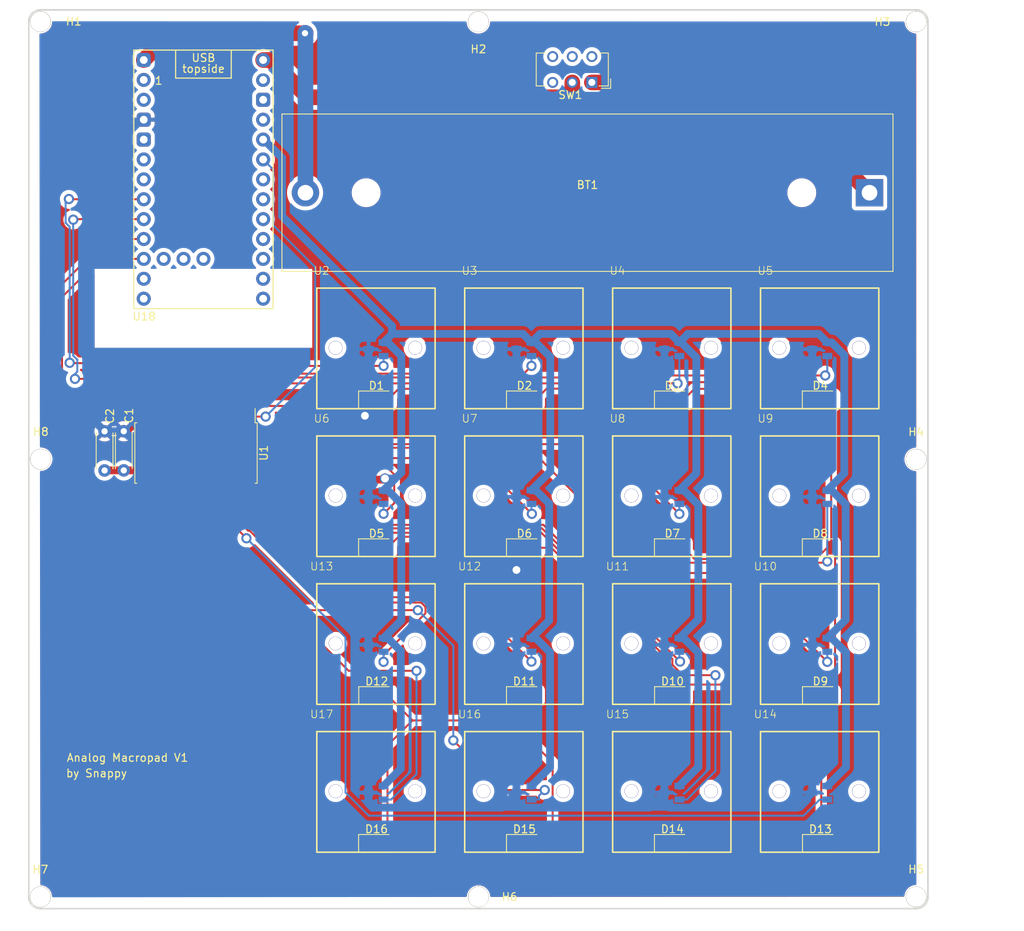
<source format=kicad_pcb>
(kicad_pcb (version 20221018) (generator pcbnew)
  (layers (0 "F.Cu" mixed) (31 "B.Cu" mixed) (34 "B.Paste" user) (35 "F.Paste" user) (36 "B.SilkS" user "B.Silkscreen") (37 "F.SilkS" user "F.Silkscreen") (38 "B.Mask" user) (39 "F.Mask" user) (44 "Edge.Cuts" user))
  (net 0 "")
  (net 1 "Net-(BT1-+)")
  (net 2 "Net-(BT1--)")
  (net 3 "GND")
  (net 4 "+3V3")
  (net 5 "Net-(SW1-B)")
  (net 6 "ADC_IN")
  (net 7 "7")
  (net 8 "6")
  (net 9 "5")
  (net 10 "4")
  (net 11 "3")
  (net 12 "2")
  (net 13 "1")
  (net 14 "0")
  (net 15 "Net-(U1-S0)")
  (net 16 "Net-(U1-S1)")
  (net 17 "Net-(U1-S3)")
  (net 18 "Net-(U1-S2)")
  (net 19 "15")
  (net 20 "14")
  (net 21 "13")
  (net 22 "12")
  (net 23 "11")
  (net 24 "10")
  (net 25 "9")
  (net 26 "8")
  (net 47 "Backlight_PWM")
  (footprint "MountingHole:MountingHole_2.5mm" (layer "F.Cu") (at 16 72.17)
    (fp_text reference "H8")
    (fp_text value "MountingHole")
  )
  (footprint "Gateron:Gatreon KS-20" (layer "F.Cu") (at 77.74 76.98)
    (fp_text reference "U7")
    (fp_text value "~" hide)
  )
  (footprint "Gateron:Gatreon KS-20" (layer "F.Cu") (at 58.86 76.98)
    (fp_text reference "U6")
    (fp_text value "~" hide)
  )
  (footprint "MountingHole:MountingHole_2.5mm" (layer "F.Cu") (at 127.76 16.3)
    (fp_text reference "H3")
    (fp_text value "MountingHole")
  )
  (footprint "Diode_SMD:D_1206_3216Metric" (layer "F.Cu") (at 115.52 121.24)
    (fp_text reference "D13")
    (fp_text value "LED")
  )
  (footprint "Diode_SMD:D_1206_3216Metric" (layer "F.Cu") (at 77.74 102.36)
    (fp_text reference "D11")
    (fp_text value "LED")
  )
  (footprint "Diode_SMD:D_1206_3216Metric" (layer "F.Cu") (at 115.52 102.36)
    (fp_text reference "D9")
    (fp_text value "LED")
  )
  (footprint "PCM_marbastlib-xp-promicroish:nice_nano_AH_USBup" (layer "F.Cu") (at 36.77 37.7)
    (fp_text reference "U18")
    (fp_text value "nice_nano")
  )
  (footprint "MountingHole:MountingHole_2.5mm" (layer "F.Cu") (at 71.86 16.32)
    (fp_text reference "H2")
    (fp_text value "MountingHole")
  )
  (footprint "Diode_SMD:D_1206_3216Metric" (layer "F.Cu") (at 77.74 64.6)
    (fp_text reference "D2")
    (fp_text value "LED")
  )
  (footprint "Gateron:Gatreon KS-20" (layer "F.Cu") (at 96.62 58.1)
    (fp_text reference "U4")
    (fp_text value "~" hide)
  )
  (footprint "MountingHole:MountingHole_2.5mm" (layer "F.Cu") (at 15.96 16.3)
    (fp_text reference "H1")
    (fp_text value "MountingHole")
  )
  (footprint "Diode_SMD:D_1206_3216Metric" (layer "F.Cu") (at 96.62 83.48)
    (fp_text reference "D7")
    (fp_text value "LED")
  )
  (footprint "Diode_SMD:D_1206_3216Metric" (layer "F.Cu") (at 96.62 121.24)
    (fp_text reference "D14")
    (fp_text value "LED")
  )
  (footprint "Diode_SMD:D_1206_3216Metric" (layer "F.Cu") (at 58.88 102.36)
    (fp_text reference "D12")
    (fp_text value "LED")
  )
  (footprint "Diode_SMD:D_1206_3216Metric" (layer "F.Cu") (at 96.62 64.6)
    (fp_text reference "D3")
    (fp_text value "LED")
  )
  (footprint "MountingHole:MountingHole_2.5mm" (layer "F.Cu") (at 71.88 128.09)
    (fp_text reference "H6")
    (fp_text value "MountingHole")
  )
  (footprint "Gateron:Gatreon KS-20" (layer "F.Cu") (at 77.74 58.1)
    (fp_text reference "U3")
    (fp_text value "~" hide)
  )
  (footprint "Gateron:Gatreon KS-20" (layer "F.Cu") (at 58.86 58.1)
    (fp_text reference "U2")
    (fp_text value "~" hide)
  )
  (footprint "Diode_SMD:D_1206_3216Metric" (layer "F.Cu") (at 96.64 102.36)
    (fp_text reference "D10")
    (fp_text value "LED")
  )
  (footprint "MountingHole:MountingHole_2.5mm" (layer "F.Cu") (at 15.95 128.08)
    (fp_text reference "H7")
    (fp_text value "MountingHole")
  )
  (footprint "Diode_SMD:D_1206_3216Metric" (layer "F.Cu") (at 77.74 83.48)
    (fp_text reference "D6")
    (fp_text value "LED")
  )
  (footprint "Gateron:Gatreon KS-20" (layer "F.Cu") (at 58.86 114.74)
    (fp_text reference "U17")
    (fp_text value "~" hide)
  )
  (footprint "Diode_SMD:D_1206_3216Metric" (layer "F.Cu") (at 77.74 121.24)
    (fp_text reference "D15")
    (fp_text value "LED")
  )
  (footprint "Gateron:Gatreon KS-20" (layer "F.Cu") (at 96.62 76.98)
    (fp_text reference "U8")
    (fp_text value "~" hide)
  )
  (footprint "Capacitor_THT:C_Disc_D4.3mm_W1.9mm_P5.00mm" (layer "F.Cu") (at 26.6 68.6 -90)
    (fp_text reference "C1")
    (fp_text value "1uF")
  )
  (footprint "Gateron:Gatreon KS-20" (layer "F.Cu") (at 115.5 95.86)
    (fp_text reference "U10")
    (fp_text value "~" hide)
  )
  (footprint "Gateron:Gatreon KS-20" (layer "F.Cu") (at 115.5 114.74)
    (fp_text reference "U14")
    (fp_text value "~" hide)
  )
  (footprint "MountingHole:MountingHole_2.5mm" (layer "F.Cu") (at 127.74 128.05)
    (fp_text reference "H5")
    (fp_text value "MountingHole")
  )
  (footprint "Gateron:Gatreon KS-20" (layer "F.Cu") (at 58.86 95.86)
    (fp_text reference "U13")
    (fp_text value "~" hide)
  )
  (footprint "Diode_SMD:D_1206_3216Metric" (layer "F.Cu") (at 115.5 64.6)
    (fp_text reference "D4")
    (fp_text value "LED")
  )
  (footprint "Gateron:Gatreon KS-20" (layer "F.Cu") (at 96.62 95.86)
    (fp_text reference "U11")
    (fp_text value "~" hide)
  )
  (footprint "Capacitor_THT:C_Disc_D4.3mm_W1.9mm_P5.00mm" (layer "F.Cu") (at 24.15 73.61 90)
    (fp_text reference "C2")
    (fp_text value "0.1uF")
  )
  (footprint "Gateron:Gatreon KS-20" (layer "F.Cu") (at 96.62 114.74)
    (fp_text reference "U15")
    (fp_text value "~" hide)
  )
  (footprint "Diode_SMD:D_1206_3216Metric" (layer "F.Cu") (at 58.86 83.48)
    (fp_text reference "D5")
    (fp_text value "LED")
  )
  (footprint "Diode_SMD:D_1206_3216Metric" (layer "F.Cu") (at 58.86 121.24)
    (fp_text reference "D16")
    (fp_text value "LED")
  )
  (footprint "MountingHole:MountingHole_2.5mm" (layer "F.Cu") (at 127.74 72.19)
    (fp_text reference "H4")
    (fp_text value "MountingHole")
  )
  (footprint "Gateron:Gatreon KS-20" (layer "F.Cu") (at 115.5 58.1)
    (fp_text reference "U5")
    (fp_text value "~" hide)
  )
  (footprint "Package_SO:SOIC-24W_7.5x15.4mm_P1.27mm" (layer "F.Cu") (at 35.82 71.38 -90)
    (fp_text reference "U1")
    (fp_text value "CD74HC4067M")
  )
  (footprint "Diode_SMD:D_1206_3216Metric" (layer "F.Cu") (at 58.86 64.6)
    (fp_text reference "D1")
    (fp_text value "LED")
  )
  (footprint "Gateron:Gatreon KS-20" (layer "F.Cu") (at 77.74 114.74)
    (fp_text reference "U16")
    (fp_text value "~" hide)
  )
  (footprint "Button_Switch_THT:SW_CuK_JS202011CQN_DPDT_Straight" (layer "F.Cu") (at 86.35 24.05 180)
    (fp_text reference "SW1")
    (fp_text value "SW_SPST")
  )
  (footprint "Battery:BatteryHolder_MPD_BH-18650-PC2" (layer "F.Cu") (at 121.79 38.14 180)
    (fp_text reference "BT1")
    (fp_text value "Battery_Cell")
  )
  (footprint "Gateron:Gatreon KS-20" (layer "F.Cu") (at 77.74 95.86)
    (fp_text reference "U12")
    (fp_text value "~" hide)
  )
  (footprint "Diode_SMD:D_1206_3216Metric" (layer "F.Cu") (at 115.5 83.48)
    (fp_text reference "D8")
    (fp_text value "LED")
  )
  (footprint "Gateron:Gatreon KS-20" (layer "F.Cu") (at 115.5 76.98)
    (fp_text reference "U9")
    (fp_text value "~" hide)
  )
  (gr_line (start 15.234196 127.05407) (end 14.957209 127.33105) (stroke (width 0.2)) (layer "Edge.Cuts"))
  (gr_line (start 127.7453 14.7899) (end 127.8623 14.7939) (stroke (width 0.2)) (layer "Edge.Cuts"))
  (gr_line (start 15.85156 14.7939) (end 15.97007 14.7899) (stroke (width 0.2)) (layer "Edge.Cuts"))
  (gr_line (start 15.234196 71.1663) (end 14.957209 71.4432) (stroke (width 0.2)) (layer "Edge.Cuts"))
  (gr_line (start 72.8694 127.33105) (end 72.5922 127.05407) (stroke (width 0.2)) (layer "Edge.Cuts"))
  (gr_line (start 72.5922 129.077025) (end 72.8694 128.800041) (stroke (width 0.2)) (layer "Edge.Cuts"))
  (gr_line (start 128.3203 14.9039) (end 128.4263 14.9529) (stroke (width 0.2)) (layer "Edge.Cuts"))
  (gr_line (start 14.487299 128.29981) (end 14.473519 128.18268) (stroke (width 0.2)) (layer "Edge.Cuts"))
  (gr_line (start 14.71881 72.1777) (end 14.78082 72.5637) (stroke (width 0.2)) (layer "Edge.Cuts"))
  (gr_line (start 128.9953 16.2899) (end 128.9333 15.9029) (stroke (width 0.2)) (layer "Edge.Cuts"))
  (gr_line (start 15.58284 17.4779) (end 15.97007 17.5399) (stroke (width 0.2)) (layer "Edge.Cuts"))
  (gr_line (start 15.58284 73.3655) (end 15.97007 73.4276) (stroke (width 0.2)) (layer "Edge.Cuts"))
  (gr_line (start 126.7343 15.5539) (end 126.5563 15.9029) (stroke (width 0.2)) (layer "Edge.Cuts"))
  (gr_line (start 127.3583 70.9885) (end 127.0113 71.1663) (stroke (width 0.2)) (layer "Edge.Cuts"))
  (gr_line (start 128.3203 129.450475) (end 128.2083 129.491816) (stroke (width 0.2)) (layer "Edge.Cuts"))
  (gr_line (start 15.50567 14.8629) (end 15.61867 14.8309) (stroke (width 0.2)) (layer "Edge.Cuts"))
  (gr_line (start 15.39543 14.9039) (end 15.50567 14.8629) (stroke (width 0.2)) (layer "Edge.Cuts"))
  (gr_line (start 128.4803 17.2999) (end 128.7573 17.0229) (stroke (width 0.2)) (layer "Edge.Cuts"))
  (gr_line (start 17.15794 72.5637) (end 17.21995 72.1777) (stroke (width 0.2)) (layer "Edge.Cuts"))
  (gr_line (start 71.1232 17.2999) (end 71.4707 17.4779) (stroke (width 0.2)) (layer "Edge.Cuts"))
  (gr_line (start 126.7343 72.9122) (end 127.0113 73.1891) (stroke (width 0.2)) (layer "Edge.Cuts"))
  (gr_line (start 126.5563 71.7907) (end 126.4943 72.1777) (stroke (width 0.2)) (layer "Edge.Cuts"))
  (gr_line (start 14.510726 15.9389) (end 14.542421 15.8259) (stroke (width 0.2)) (layer "Edge.Cuts"))
  (gr_line (start 15.73442 14.8069) (end 15.85156 14.7939) (stroke (width 0.2)) (layer "Edge.Cuts"))
  (gr_line (start 16.70318 17.2999) (end 16.98017 17.0229) (stroke (width 0.2)) (layer "Edge.Cuts"))
  (gr_line (start 127.9793 14.8069) (end 128.0953 14.8309) (stroke (width 0.2)) (layer "Edge.Cuts"))
  (gr_line (start 17.15794 15.9029) (end 16.98017 15.5539) (stroke (width 0.2)) (layer "Edge.Cuts"))
  (gr_line (start 15.58284 70.9885) (end 15.234196 71.1663) (stroke (width 0.2)) (layer "Edge.Cuts"))
  (gr_line (start 14.71881 128.06555) (end 14.78082 128.4514) (stroke (width 0.2)) (layer "Edge.Cuts"))
  (gr_line (start 129.2463 16.2899) (end 129.2463 128.06555) (stroke (width 0.2)) (layer "Edge.Cuts"))
  (gr_line (start 15.088125 15.0759) (end 15.185964 15.0109) (stroke (width 0.2)) (layer "Edge.Cuts"))
  (gr_line (start 73.0458 15.9029) (end 72.8694 15.5539) (stroke (width 0.2)) (layer "Edge.Cuts"))
  (gr_line (start 15.97007 126.81567) (end 15.58284 126.8763) (stroke (width 0.2)) (layer "Edge.Cuts"))
  (gr_line (start 14.78082 128.4514) (end 14.957209 128.800041) (stroke (width 0.2)) (layer "Edge.Cuts"))
  (gr_line (start 73.0458 16.6759) (end 73.1076 16.2899) (stroke (width 0.2)) (layer "Edge.Cuts"))
  (gr_line (start 14.957209 72.9122) (end 15.234196 73.1891) (stroke (width 0.2)) (layer "Edge.Cuts"))
  (gr_line (start 72.8694 15.5539) (end 72.5922 15.2769) (stroke (width 0.2)) (layer "Edge.Cuts"))
  (gr_line (start 15.088125 129.278221) (end 14.994416 129.205186) (stroke (width 0.2)) (layer "Edge.Cuts"))
  (gr_line (start 129.1713 128.52857) (end 129.1303 128.64019) (stroke (width 0.2)) (layer "Edge.Cuts"))
  (gr_line (start 126.5563 15.9029) (end 126.4943 16.2899) (stroke (width 0.2)) (layer "Edge.Cuts"))
  (gr_line (start 127.3583 126.8763) (end 127.0113 127.05407) (stroke (width 0.2)) (layer "Edge.Cuts"))
  (gr_line (start 15.185964 15.0109) (end 15.289317 14.9529) (stroke (width 0.2)) (layer "Edge.Cuts"))
  (gr_line (start 71.8577 15.0399) (end 71.4707 15.1009) (stroke (width 0.2)) (layer "Edge.Cuts"))
  (gr_line (start 15.234196 17.2999) (end 15.58284 17.4779) (stroke (width 0.2)) (layer "Edge.Cuts"))
  (gr_line (start 14.78082 71.7907) (end 14.71881 72.1777) (stroke (width 0.2)) (layer "Edge.Cuts"))
  (gr_line (start 73.1076 128.06555) (end 73.0458 127.67832) (stroke (width 0.2)) (layer "Edge.Cuts"))
  (gr_line (start 128.1313 70.9885) (end 127.7453 70.9278) (stroke (width 0.2)) (layer "Edge.Cuts"))
  (gr_line (start 73.0458 127.67832) (end 72.8694 127.33105) (stroke (width 0.2)) (layer "Edge.Cuts"))
  (gr_line (start 128.9333 71.7907) (end 128.7573 71.4432) (stroke (width 0.2)) (layer "Edge.Cuts"))
  (gr_line (start 128.9333 127.67832) (end 128.7573 127.33105) (stroke (width 0.2)) (layer "Edge.Cuts"))
  (gr_line (start 126.4943 128.06555) (end 126.5563 128.4514) (stroke (width 0.2)) (layer "Edge.Cuts"))
  (gr_line (start 128.9583 15.4079) (end 129.0243 15.5059) (stroke (width 0.2)) (layer "Edge.Cuts"))
  (gr_line (start 126.7343 127.33105) (end 126.5563 127.67832) (stroke (width 0.2)) (layer "Edge.Cuts"))
  (gr_line (start 14.542421 15.8259) (end 14.583762 15.7159) (stroke (width 0.2)) (layer "Edge.Cuts"))
  (gr_line (start 127.7453 126.81567) (end 127.3583 126.8763) (stroke (width 0.2)) (layer "Edge.Cuts"))
  (gr_line (start 15.97007 129.315429) (end 16.35592 129.253414) (stroke (width 0.2)) (layer "Edge.Cuts"))
  (gr_line (start 71.1232 129.077025) (end 71.4707 129.253414) (stroke (width 0.2)) (layer "Edge.Cuts"))
  (gr_line (start 128.9953 128.06555) (end 128.9333 127.67832) (stroke (width 0.2)) (layer "Edge.Cuts"))
  (gr_line (start 71.8577 126.81567) (end 71.4707 126.8763) (stroke (width 0.2)) (layer "Edge.Cuts"))
  (gr_line (start 73.1076 16.2899) (end 73.0458 15.9029) (stroke (width 0.2)) (layer "Edge.Cuts"))
  (gr_line (start 15.289317 14.9529) (end 15.39543 14.9039) (stroke (width 0.2)) (layer "Edge.Cuts"))
  (gr_line (start 15.97007 14.7899) (end 127.7453 14.7899) (stroke (width 0.2)) (layer "Edge.Cuts"))
  (gr_line (start 128.4263 14.9529) (end 128.5283 15.0109) (stroke (width 0.2)) (layer "Edge.Cuts"))
  (gr_line (start 14.78082 16.6759) (end 14.957209 17.0229) (stroke (width 0.2)) (layer "Edge.Cuts"))
  (gr_line (start 127.8623 14.7939) (end 127.9793 14.8069) (stroke (width 0.2)) (layer "Edge.Cuts"))
  (gr_line (start 16.70318 129.077025) (end 16.98017 128.800041) (stroke (width 0.2)) (layer "Edge.Cuts"))
  (gr_line (start 72.2436 15.1009) (end 71.8577 15.0399) (stroke (width 0.2)) (layer "Edge.Cuts"))
  (gr_line (start 16.98017 127.33105) (end 16.70318 127.05407) (stroke (width 0.2)) (layer "Edge.Cuts"))
  (gr_line (start 14.633371 15.6099) (end 14.691249 15.5059) (stroke (width 0.2)) (layer "Edge.Cuts"))
  (gr_line (start 127.0113 71.1663) (end 126.7343 71.4432) (stroke (width 0.2)) (layer "Edge.Cuts"))
  (gr_line (start 17.21995 72.1777) (end 17.15794 71.7907) (stroke (width 0.2)) (layer "Edge.Cuts"))
  (gr_line (start 71.4707 129.253414) (end 71.8577 129.315429) (stroke (width 0.2)) (layer "Edge.Cuts"))
  (gr_line (start 14.469385 128.06417) (end 14.469385 16.2899) (stroke (width 0.2)) (layer "Edge.Cuts"))
  (gr_line (start 127.7453 15.0399) (end 127.3583 15.1009) (stroke (width 0.2)) (layer "Edge.Cuts"))
  (gr_line (start 16.98017 17.0229) (end 17.15794 16.6759) (stroke (width 0.2)) (layer "Edge.Cuts"))
  (gr_line (start 15.39543 129.450475) (end 15.289317 129.402244) (stroke (width 0.2)) (layer "Edge.Cuts"))
  (gr_line (start 16.35592 73.3655) (end 16.70318 73.1891) (stroke (width 0.2)) (layer "Edge.Cuts"))
  (gr_line (start 128.9953 72.1777) (end 128.9333 71.7907) (stroke (width 0.2)) (layer "Edge.Cuts"))
  (gr_line (start 126.5563 127.67832) (end 126.4943 128.06555) (stroke (width 0.2)) (layer "Edge.Cuts"))
  (gr_line (start 129.0243 128.848273) (end 128.9583 128.947492) (stroke (width 0.2)) (layer "Edge.Cuts"))
  (gr_line (start 15.85156 129.560718) (end 15.73442 129.546938) (stroke (width 0.2)) (layer "Edge.Cuts"))
  (gr_line (start 14.994416 129.205186) (end 14.908981 129.125257) (stroke (width 0.2)) (layer "Edge.Cuts"))
  (gr_line (start 129.2403 128.18268) (end 129.2263 128.29981) (stroke (width 0.2)) (layer "Edge.Cuts"))
  (gr_line (start 128.7573 17.0229) (end 128.9333 16.6759) (stroke (width 0.2)) (layer "Edge.Cuts"))
  (gr_line (start 127.7453 129.315429) (end 128.1313 129.253414) (stroke (width 0.2)) (layer "Edge.Cuts"))
  (gr_line (start 129.2263 128.29981) (end 129.2033 128.41557) (stroke (width 0.2)) (layer "Edge.Cuts"))
  (gr_line (start 127.7443 129.56623) (end 15.97007 129.56623) (stroke (width 0.2)) (layer "Edge.Cuts"))
  (gr_line (start 14.957209 15.5539) (end 14.78082 15.9029) (stroke (width 0.2)) (layer "Edge.Cuts"))
  (gr_line (start 14.957209 71.4432) (end 14.78082 71.7907) (stroke (width 0.2)) (layer "Edge.Cuts"))
  (gr_line (start 128.2083 129.491816) (end 128.0953 129.523511) (stroke (width 0.2)) (layer "Edge.Cuts"))
  (gr_line (start 128.7573 127.33105) (end 128.4803 127.05407) (stroke (width 0.2)) (layer "Edge.Cuts"))
  (gr_line (start 127.7453 70.9278) (end 127.3583 70.9885) (stroke (width 0.2)) (layer "Edge.Cuts"))
  (gr_line (start 127.0113 129.077025) (end 127.3583 129.253414) (stroke (width 0.2)) (layer "Edge.Cuts"))
  (gr_line (start 128.1313 129.253414) (end 128.4803 129.077025) (stroke (width 0.2)) (layer "Edge.Cuts"))
  (gr_line (start 16.70318 127.05407) (end 16.35592 126.8763) (stroke (width 0.2)) (layer "Edge.Cuts"))
  (gr_line (start 16.98017 71.4432) (end 16.70318 71.1663) (stroke (width 0.2)) (layer "Edge.Cuts"))
  (gr_line (start 128.4803 71.1663) (end 128.1313 70.9885) (stroke (width 0.2)) (layer "Edge.Cuts"))
  (gr_line (start 14.957209 128.800041) (end 15.234196 129.077025) (stroke (width 0.2)) (layer "Edge.Cuts"))
  (gr_line (start 128.7203 15.1489) (end 128.8053 15.2289) (stroke (width 0.2)) (layer "Edge.Cuts"))
  (gr_line (start 72.2436 17.4779) (end 72.5922 17.2999) (stroke (width 0.2)) (layer "Edge.Cuts"))
  (gr_line (start 128.8853 15.3149) (end 128.9583 15.4079) (stroke (width 0.2)) (layer "Edge.Cuts"))
  (gr_line (start 14.908981 129.125257) (end 14.829052 129.039821) (stroke (width 0.2)) (layer "Edge.Cuts"))
  (gr_line (start 17.21995 128.06555) (end 17.15794 127.67832) (stroke (width 0.2)) (layer "Edge.Cuts"))
  (gr_line (start 70.6078 128.06555) (end 70.6685 128.4514) (stroke (width 0.2)) (layer "Edge.Cuts"))
  (gr_line (start 14.78082 127.67832) (end 14.71881 128.06555) (stroke (width 0.2)) (layer "Edge.Cuts"))
  (gr_line (start 14.756016 15.4079) (end 14.829052 15.3149) (stroke (width 0.2)) (layer "Edge.Cuts"))
  (gr_line (start 15.61867 129.523511) (end 15.50567 129.491816) (stroke (width 0.2)) (layer "Edge.Cuts"))
  (gr_line (start 14.583762 15.7159) (end 14.633371 15.6099) (stroke (width 0.2)) (layer "Edge.Cuts"))
  (gr_line (start 129.2033 128.41557) (end 129.1713 128.52857) (stroke (width 0.2)) (layer "Edge.Cuts"))
  (gr_line (start 127.7453 73.4276) (end 128.1313 73.3655) (stroke (width 0.2)) (layer "Edge.Cuts"))
  (gr_line (start 16.98017 72.9122) (end 17.15794 72.5637) (stroke (width 0.2)) (layer "Edge.Cuts"))
  (gr_line (start 14.78082 15.9029) (end 14.71881 16.2899) (stroke (width 0.2)) (layer "Edge.Cuts"))
  (gr_line (start 129.1303 15.7159) (end 129.1713 15.8259) (stroke (width 0.2)) (layer "Edge.Cuts"))
  (gr_line (start 129.2463 128.06555) (end 129.2403 128.18268) (stroke (width 0.2)) (layer "Edge.Cuts"))
  (gr_line (start 17.15794 71.7907) (end 16.98017 71.4432) (stroke (width 0.2)) (layer "Edge.Cuts"))
  (gr_line (start 16.35592 129.253414) (end 16.70318 129.077025) (stroke (width 0.2)) (layer "Edge.Cuts"))
  (gr_line (start 15.58284 15.1009) (end 15.234196 15.2769) (stroke (width 0.2)) (layer "Edge.Cuts"))
  (gr_line (start 17.15794 127.67832) (end 16.98017 127.33105) (stroke (width 0.2)) (layer "Edge.Cuts"))
  (gr_line (start 71.8577 129.315429) (end 72.2436 129.253414) (stroke (width 0.2)) (layer "Edge.Cuts"))
  (gr_line (start 127.3583 17.4779) (end 127.7453 17.5399) (stroke (width 0.2)) (layer "Edge.Cuts"))
  (gr_line (start 15.234196 73.1891) (end 15.58284 73.3655) (stroke (width 0.2)) (layer "Edge.Cuts"))
  (gr_line (start 129.2403 16.1719) (end 129.2463 16.2899) (stroke (width 0.2)) (layer "Edge.Cuts"))
  (gr_line (start 127.3583 73.3655) (end 127.7453 73.4276) (stroke (width 0.2)) (layer "Edge.Cuts"))
  (gr_line (start 71.1232 127.05407) (end 70.8463 127.33105) (stroke (width 0.2)) (layer "Edge.Cuts"))
  (gr_line (start 71.4707 126.8763) (end 71.1232 127.05407) (stroke (width 0.2)) (layer "Edge.Cuts"))
  (gr_line (start 16.35592 126.8763) (end 15.97007 126.81567) (stroke (width 0.2)) (layer "Edge.Cuts"))
  (gr_line (start 70.8463 128.800041) (end 71.1232 129.077025) (stroke (width 0.2)) (layer "Edge.Cuts"))
  (gr_line (start 71.4707 17.4779) (end 71.8577 17.5399) (stroke (width 0.2)) (layer "Edge.Cuts"))
  (gr_line (start 126.7343 17.0229) (end 127.0113 17.2999) (stroke (width 0.2)) (layer "Edge.Cuts"))
  (gr_line (start 70.8463 15.5539) (end 70.6685 15.9029) (stroke (width 0.2)) (layer "Edge.Cuts"))
  (gr_line (start 128.7573 128.800041) (end 128.9333 128.4514) (stroke (width 0.2)) (layer "Edge.Cuts"))
  (gr_line (start 128.9333 15.9029) (end 128.7573 15.5539) (stroke (width 0.2)) (layer "Edge.Cuts"))
  (gr_line (start 70.8463 127.33105) (end 70.6685 127.67832) (stroke (width 0.2)) (layer "Edge.Cuts"))
  (gr_line (start 14.542421 128.52857) (end 14.510726 128.41557) (stroke (width 0.2)) (layer "Edge.Cuts"))
  (gr_line (start 15.97007 17.5399) (end 16.35592 17.4779) (stroke (width 0.2)) (layer "Edge.Cuts"))
  (gr_line (start 128.8053 15.2289) (end 128.8853 15.3149) (stroke (width 0.2)) (layer "Edge.Cuts"))
  (gr_line (start 128.9333 16.6759) (end 128.9953 16.2899) (stroke (width 0.2)) (layer "Edge.Cuts"))
  (gr_line (start 14.78082 72.5637) (end 14.957209 72.9122) (stroke (width 0.2)) (layer "Edge.Cuts"))
  (gr_line (start 71.1232 15.2769) (end 70.8463 15.5539) (stroke (width 0.2)) (layer "Edge.Cuts"))
  (gr_line (start 127.0113 17.2999) (end 127.3583 17.4779) (stroke (width 0.2)) (layer "Edge.Cuts"))
  (gr_line (start 128.9583 128.947492) (end 128.8853 129.039821) (stroke (width 0.2)) (layer "Edge.Cuts"))
  (gr_line (start 128.0953 129.523511) (end 127.9793 129.546938) (stroke (width 0.2)) (layer "Edge.Cuts"))
  (gr_line (start 14.756016 128.947492) (end 14.691249 128.848273) (stroke (width 0.2)) (layer "Edge.Cuts"))
  (gr_line (start 126.5563 128.4514) (end 126.7343 128.800041) (stroke (width 0.2)) (layer "Edge.Cuts"))
  (gr_line (start 126.7343 128.800041) (end 127.0113 129.077025) (stroke (width 0.2)) (layer "Edge.Cuts"))
  (gr_line (start 16.98017 15.5539) (end 16.70318 15.2769) (stroke (width 0.2)) (layer "Edge.Cuts"))
  (gr_line (start 126.4943 16.2899) (end 126.5563 16.6759) (stroke (width 0.2)) (layer "Edge.Cuts"))
  (gr_line (start 127.9793 129.546938) (end 127.8623 129.560718) (stroke (width 0.2)) (layer "Edge.Cuts"))
  (gr_line (start 16.35592 17.4779) (end 16.70318 17.2999) (stroke (width 0.2)) (layer "Edge.Cuts"))
  (gr_line (start 15.50567 129.491816) (end 15.39543 129.450475) (stroke (width 0.2)) (layer "Edge.Cuts"))
  (gr_line (start 14.957209 127.33105) (end 14.78082 127.67832) (stroke (width 0.2)) (layer "Edge.Cuts"))
  (gr_line (start 16.70318 15.2769) (end 16.35592 15.1009) (stroke (width 0.2)) (layer "Edge.Cuts"))
  (gr_line (start 126.7343 71.4432) (end 126.5563 71.7907) (stroke (width 0.2)) (layer "Edge.Cuts"))
  (gr_line (start 14.473519 16.1719) (end 14.487299 16.0539) (stroke (width 0.2)) (layer "Edge.Cuts"))
  (gr_line (start 15.61867 14.8309) (end 15.73442 14.8069) (stroke (width 0.2)) (layer "Edge.Cuts"))
  (gr_line (start 72.2436 129.253414) (end 72.5922 129.077025) (stroke (width 0.2)) (layer "Edge.Cuts"))
  (gr_line (start 17.21995 16.2899) (end 17.15794 15.9029) (stroke (width 0.2)) (layer "Edge.Cuts"))
  (gr_line (start 15.58284 126.8763) (end 15.234196 127.05407) (stroke (width 0.2)) (layer "Edge.Cuts"))
  (gr_line (start 71.4707 15.1009) (end 71.1232 15.2769) (stroke (width 0.2)) (layer "Edge.Cuts"))
  (gr_line (start 128.6273 15.0759) (end 128.7203 15.1489) (stroke (width 0.2)) (layer "Edge.Cuts"))
  (gr_line (start 14.473519 128.18268) (end 14.469385 128.06417) (stroke (width 0.2)) (layer "Edge.Cuts"))
  (gr_line (start 14.691249 15.5059) (end 14.756016 15.4079) (stroke (width 0.2)) (layer "Edge.Cuts"))
  (gr_line (start 16.98017 128.800041) (end 17.15794 128.4514) (stroke (width 0.2)) (layer "Edge.Cuts"))
  (gr_line (start 129.0823 128.746296) (end 129.0243 128.848273) (stroke (width 0.2)) (layer "Edge.Cuts"))
  (gr_line (start 14.487299 16.0539) (end 14.510726 15.9389) (stroke (width 0.2)) (layer "Edge.Cuts"))
  (gr_line (start 128.7573 71.4432) (end 128.4803 71.1663) (stroke (width 0.2)) (layer "Edge.Cuts"))
  (gr_line (start 72.5922 127.05407) (end 72.2436 126.8763) (stroke (width 0.2)) (layer "Edge.Cuts"))
  (gr_line (start 127.3583 15.1009) (end 127.0113 15.2769) (stroke (width 0.2)) (layer "Edge.Cuts"))
  (gr_line (start 128.4803 73.1891) (end 128.7573 72.9122) (stroke (width 0.2)) (layer "Edge.Cuts"))
  (gr_line (start 70.6685 16.6759) (end 70.8463 17.0229) (stroke (width 0.2)) (layer "Edge.Cuts"))
  (gr_line (start 15.73442 129.546938) (end 15.61867 129.523511) (stroke (width 0.2)) (layer "Edge.Cuts"))
  (gr_line (start 127.0113 73.1891) (end 127.3583 73.3655) (stroke (width 0.2)) (layer "Edge.Cuts"))
  (gr_line (start 128.1313 17.4779) (end 128.4803 17.2999) (stroke (width 0.2)) (layer "Edge.Cuts"))
  (gr_line (start 72.5922 15.2769) (end 72.2436 15.1009) (stroke (width 0.2)) (layer "Edge.Cuts"))
  (gr_line (start 15.234196 129.077025) (end 15.58284 129.253414) (stroke (width 0.2)) (layer "Edge.Cuts"))
  (gr_line (start 16.35592 70.9885) (end 15.97007 70.9278) (stroke (width 0.2)) (layer "Edge.Cuts"))
  (gr_line (start 70.6685 15.9029) (end 70.6078 16.2899) (stroke (width 0.2)) (layer "Edge.Cuts"))
  (gr_line (start 16.70318 73.1891) (end 16.98017 72.9122) (stroke (width 0.2)) (layer "Edge.Cuts"))
  (gr_line (start 14.829052 15.3149) (end 14.908981 15.2289) (stroke (width 0.2)) (layer "Edge.Cuts"))
  (gr_line (start 15.185964 129.344367) (end 15.088125 129.278221) (stroke (width 0.2)) (layer "Edge.Cuts"))
  (gr_line (start 14.957209 17.0229) (end 15.234196 17.2999) (stroke (width 0.2)) (layer "Edge.Cuts"))
  (gr_line (start 128.7203 129.205186) (end 128.6273 129.278221) (stroke (width 0.2)) (layer "Edge.Cuts"))
  (gr_line (start 126.5563 16.6759) (end 126.7343 17.0229) (stroke (width 0.2)) (layer "Edge.Cuts"))
  (gr_line (start 127.3583 129.253414) (end 127.7453 129.315429) (stroke (width 0.2)) (layer "Edge.Cuts"))
  (gr_line (start 128.1313 126.8763) (end 127.7453 126.81567) (stroke (width 0.2)) (layer "Edge.Cuts"))
  (gr_line (start 72.8694 128.800041) (end 73.0458 128.4514) (stroke (width 0.2)) (layer "Edge.Cuts"))
  (gr_line (start 72.5922 17.2999) (end 72.8694 17.0229) (stroke (width 0.2)) (layer "Edge.Cuts"))
  (gr_line (start 127.0113 127.05407) (end 126.7343 127.33105) (stroke (width 0.2)) (layer "Edge.Cuts"))
  (gr_line (start 128.7573 15.5539) (end 128.4803 15.2769) (stroke (width 0.2)) (layer "Edge.Cuts"))
  (gr_line (start 129.2263 16.0539) (end 129.2403 16.1719) (stroke (width 0.2)) (layer "Edge.Cuts"))
  (gr_line (start 128.5283 15.0109) (end 128.6273 15.0759) (stroke (width 0.2)) (layer "Edge.Cuts"))
  (gr_line (start 128.8853 129.039821) (end 128.8053 129.125257) (stroke (width 0.2)) (layer "Edge.Cuts"))
  (gr_line (start 14.908981 15.2289) (end 14.994416 15.1489) (stroke (width 0.2)) (layer "Edge.Cuts"))
  (gr_line (start 128.4803 127.05407) (end 128.1313 126.8763) (stroke (width 0.2)) (layer "Edge.Cuts"))
  (gr_line (start 73.0458 128.4514) (end 73.1076 128.06555) (stroke (width 0.2)) (layer "Edge.Cuts"))
  (gr_line (start 129.1303 128.64019) (end 129.0823 128.746296) (stroke (width 0.2)) (layer "Edge.Cuts"))
  (gr_line (start 15.289317 129.402244) (end 15.185964 129.344367) (stroke (width 0.2)) (layer "Edge.Cuts"))
  (gr_line (start 16.70318 71.1663) (end 16.35592 70.9885) (stroke (width 0.2)) (layer "Edge.Cuts"))
  (gr_line (start 126.4943 72.1777) (end 126.5563 72.5637) (stroke (width 0.2)) (layer "Edge.Cuts"))
  (gr_line (start 128.2083 14.8629) (end 128.3203 14.9039) (stroke (width 0.2)) (layer "Edge.Cuts"))
  (gr_line (start 17.15794 16.6759) (end 17.21995 16.2899) (stroke (width 0.2)) (layer "Edge.Cuts"))
  (gr_line (start 14.829052 129.039821) (end 14.756016 128.947492) (stroke (width 0.2)) (layer "Edge.Cuts"))
  (gr_line (start 15.58284 129.253414) (end 15.97007 129.315429) (stroke (width 0.2)) (layer "Edge.Cuts"))
  (gr_line (start 14.994416 15.1489) (end 15.088125 15.0759) (stroke (width 0.2)) (layer "Edge.Cuts"))
  (gr_line (start 127.8623 129.560718) (end 127.7443 129.56623) (stroke (width 0.2)) (layer "Edge.Cuts"))
  (gr_line (start 70.6685 128.4514) (end 70.8463 128.800041) (stroke (width 0.2)) (layer "Edge.Cuts"))
  (gr_line (start 16.35592 15.1009) (end 15.97007 15.0399) (stroke (width 0.2)) (layer "Edge.Cuts"))
  (gr_line (start 71.8577 17.5399) (end 72.2436 17.4779) (stroke (width 0.2)) (layer "Edge.Cuts"))
  (gr_line (start 15.97007 129.56623) (end 15.85156 129.560718) (stroke (width 0.2)) (layer "Edge.Cuts"))
  (gr_line (start 15.97007 70.9278) (end 15.58284 70.9885) (stroke (width 0.2)) (layer "Edge.Cuts"))
  (gr_line (start 14.71881 16.2899) (end 14.78082 16.6759) (stroke (width 0.2)) (layer "Edge.Cuts"))
  (gr_line (start 15.97007 15.0399) (end 15.58284 15.1009) (stroke (width 0.2)) (layer "Edge.Cuts"))
  (gr_line (start 15.97007 73.4276) (end 16.35592 73.3655) (stroke (width 0.2)) (layer "Edge.Cuts"))
  (gr_line (start 128.6273 129.278221) (end 128.5283 129.344367) (stroke (width 0.2)) (layer "Edge.Cuts"))
  (gr_line (start 128.5283 129.344367) (end 128.4263 129.402244) (stroke (width 0.2)) (layer "Edge.Cuts"))
  (gr_line (start 128.4263 129.402244) (end 128.3203 129.450475) (stroke (width 0.2)) (layer "Edge.Cuts"))
  (gr_line (start 128.4803 15.2769) (end 128.1313 15.1009) (stroke (width 0.2)) (layer "Edge.Cuts"))
  (gr_line (start 14.691249 128.848273) (end 14.633371 128.746296) (stroke (width 0.2)) (layer "Edge.Cuts"))
  (gr_line (start 127.0113 15.2769) (end 126.7343 15.5539) (stroke (width 0.2)) (layer "Edge.Cuts"))
  (gr_line (start 128.0953 14.8309) (end 128.2083 14.8629) (stroke (width 0.2)) (layer "Edge.Cuts"))
  (gr_line (start 17.15794 128.4514) (end 17.21995 128.06555) (stroke (width 0.2)) (layer "Edge.Cuts"))
  (gr_line (start 129.1713 15.8259) (end 129.2033 15.9389) (stroke (width 0.2)) (layer "Edge.Cuts"))
  (gr_line (start 70.6078 16.2899) (end 70.6685 16.6759) (stroke (width 0.2)) (layer "Edge.Cuts"))
  (gr_line (start 127.7453 17.5399) (end 128.1313 17.4779) (stroke (width 0.2)) (layer "Edge.Cuts"))
  (gr_line (start 72.8694 17.0229) (end 73.0458 16.6759) (stroke (width 0.2)) (layer "Edge.Cuts"))
  (gr_line (start 129.0823 15.6099) (end 129.1303 15.7159) (stroke (width 0.2)) (layer "Edge.Cuts"))
  (gr_line (start 128.1313 15.1009) (end 127.7453 15.0399) (stroke (width 0.2)) (layer "Edge.Cuts"))
  (gr_line (start 128.9333 72.5637) (end 128.9953 72.1777) (stroke (width 0.2)) (layer "Edge.Cuts"))
  (gr_line (start 126.5563 72.5637) (end 126.7343 72.9122) (stroke (width 0.2)) (layer "Edge.Cuts"))
  (gr_line (start 128.8053 129.125257) (end 128.7203 129.205186) (stroke (width 0.2)) (layer "Edge.Cuts"))
  (gr_line (start 14.583762 128.64019) (end 14.542421 128.52857) (stroke (width 0.2)) (layer "Edge.Cuts"))
  (gr_line (start 72.2436 126.8763) (end 71.8577 126.81567) (stroke (width 0.2)) (layer "Edge.Cuts"))
  (gr_line (start 128.1313 73.3655) (end 128.4803 73.1891) (stroke (width 0.2)) (layer "Edge.Cuts"))
  (gr_line (start 128.7573 72.9122) (end 128.9333 72.5637) (stroke (width 0.2)) (layer "Edge.Cuts"))
  (gr_line (start 14.510726 128.41557) (end 14.487299 128.29981) (stroke (width 0.2)) (layer "Edge.Cuts"))
  (gr_line (start 128.9333 128.4514) (end 128.9953 128.06555) (stroke (width 0.2)) (layer "Edge.Cuts"))
  (gr_line (start 14.633371 128.746296) (end 14.583762 128.64019) (stroke (width 0.2)) (layer "Edge.Cuts"))
  (gr_line (start 129.0243 15.5059) (end 129.0823 15.6099) (stroke (width 0.2)) (layer "Edge.Cuts"))
  (gr_line (start 70.8463 17.0229) (end 71.1232 17.2999) (stroke (width 0.2)) (layer "Edge.Cuts"))
  (gr_line (start 70.6685 127.67832) (end 70.6078 128.06555) (stroke (width 0.2)) (layer "Edge.Cuts"))
  (gr_line (start 15.234196 15.2769) (end 14.957209 15.5539) (stroke (width 0.2)) (layer "Edge.Cuts"))
  (gr_line (start 129.2033 15.9389) (end 129.2263 16.0539) (stroke (width 0.2)) (layer "Edge.Cuts"))
  (gr_line (start 14.469385 16.2899) (end 14.473519 16.1719) (stroke (width 0.2)) (layer "Edge.Cuts"))
  (gr_line (start 128.4803 129.077025) (end 128.7573 128.800041) (stroke (width 0.2)) (layer "Edge.Cuts"))
  (gr_text "by Snappy\n" (at 19.15 112.87) (layer "F.SilkS") (effects (font (size 1 1)) (justify left bottom)))
  (gr_text "Analog Macropad V1" (at 19.24 110.88) (layer "F.SilkS") (effects (font (size 1 1)) (justify left bottom)))
  (segment (start 86.35 24.05) (end 107.7 24.05) (width 2) (layer "F.Cu") (net 1))
  (segment (start 107.7 24.05) (end 121.79 38.14) (width 2) (layer "F.Cu") (net 1))
  (segment (start 29.15 21.19) (end 32.57 17.77) (width 2) (layer "F.Cu") (net 2))
  (segment (start 49.81 17.77) (end 49.83 17.77) (width 2) (layer "F.Cu") (net 2))
  (segment (start 49.75 17.75) (end 49.77 17.73) (width 2) (layer "F.Cu") (net 2))
  (segment (start 49.79 17.75) (end 49.75 17.75) (width 2) (layer "F.Cu") (net 2))
  (segment (start 32.57 17.77) (end 49.73 17.77) (width 2) (layer "F.Cu") (net 2))
  (segment (start 49.77 17.73) (end 49.79 17.75) (width 2) (layer "F.Cu") (net 2))
  (segment (start 49.79 17.75) (end 49.81 17.77) (width 2) (layer "F.Cu") (net 2))
  (segment (start 49.77 17.73) (end 49.79 17.75) (width 2) (layer "F.Cu") (net 2))
  (segment (start 49.75 17.75) (end 49.73 17.77) (width 2) (layer "F.Cu") (net 2))
  (segment (start 49.73 17.77) (end 49.75 17.75) (width 2) (layer "F.Cu") (net 2))
  (via (at 49.73 17.77) (size 1.3) (drill 0.8) (layers "F.Cu" "B.Cu") (net 2))
  (segment (start 49.78 17.74) (end 49.79 17.75) (width 2) (layer "B.Cu") (net 2))
  (segment (start 49.79 17.75) (end 49.79 18.75) (width 2) (layer "B.Cu") (net 2))
  (segment (start 49.77 17.73) (end 49.78 17.74) (width 2) (layer "B.Cu") (net 2))
  (segment (start 49.78 17.74) (end 49.76 17.74) (width 0.25) (layer "B.Cu") (net 2))
  (segment (start 49.79 18.75) (end 49.79 17.75) (width 0.25) (layer "B.Cu") (net 2))
  (segment (start 49.79 18.75) (end 49.79 38.14) (width 2) (layer "B.Cu") (net 2))
  (segment (start 49.76 17.74) (end 49.73 17.77) (width 0.25) (layer "B.Cu") (net 2))
  (segment (start 57.48 102.36) (end 56.385 102.36) (width 1) (layer "F.Cu") (net 3))
  (segment (start 76.34 121.24) (end 78.135 123.035) (width 1) (layer "F.Cu") (net 3))
  (segment (start 76.34 102.36) (end 78.646 100.0542) (width 1) (layer "F.Cu") (net 3))
  (segment (start 95.24 102.36) (end 83.726 102.36) (width 1) (layer "F.Cu") (net 3))
  (segment (start 74.546 123.034) (end 76.34 121.24) (width 1) (layer "F.Cu") (net 3))
  (segment (start 95.22 64.6) (end 93.442 66.3779) (width 1) (layer "F.Cu") (net 3))
  (segment (start 114.12 102.36) (end 112.31 104.17) (width 1) (layer "F.Cu") (net 3))
  (segment (start 112.312 66.3876) (end 97.008 66.3876) (width 1) (layer "F.Cu") (net 3))
  (segment (start 112.312 81.6924) (end 114.1 83.48) (width 1) (layer "F.Cu") (net 3))
  (segment (start 78.646 100.0542) (end 79.121 100.0542) (width 1) (layer "F.Cu") (net 3))
  (segment (start 97.05 104.17) (end 95.24 102.36) (width 1) (layer "F.Cu") (net 3))
  (segment (start 26.965 68.6) (end 28.835 66.73) (width 1) (layer "F.Cu") (net 3))
  (segment (start 95.22 121.24) (end 97.016 123.036) (width 1) (layer "F.Cu") (net 3))
  (segment (start 57.48 121.22) (end 59.294 123.034) (width 1) (layer "F.Cu") (net 3))
  (segment (start 63.155 100.5779) (end 64.937 102.36) (width 1) (layer "F.Cu") (net 3))
  (segment (start 95.22 83.48) (end 97.008 81.6924) (width 1) (layer "F.Cu") (net 3))
  (segment (start 26.6 68.6) (end 26.965 68.6) (width 1) (layer "F.Cu") (net 3))
  (segment (start 97.008 66.3876) (end 95.22 64.6) (width 1) (layer "F.Cu") (net 3))
  (segment (start 112.324 123.036) (end 114.12 121.24) (width 1) (layer "F.Cu") (net 3))
  (segment (start 76.34 64.6) (end 74.525 66.4149) (width 1) (layer "F.Cu") (net 3))
  (segment (start 59.294 123.034) (end 74.546 123.034) (width 1) (layer "F.Cu") (net 3))
  (segment (start 57.48 102.36) (end 59.262 100.5779) (width 1) (layer "F.Cu") (net 3))
  (segment (start 58.431 65.571) (end 57.382 66.6205) (width 1) (layer "F.Cu") (net 3))
  (segment (start 80.271 89.865) (end 76.725 86.3192) (width 1) (layer "F.Cu") (net 3))
  (segment (start 56.385 102.36) (end 31.375 77.3504) (width 1) (layer "F.Cu") (net 3))
  (segment (start 80.271 98.9047) (end 80.271 89.865) (width 1) (layer "F.Cu") (net 3))
  (segment (start 59.262 100.5779) (end 63.155 100.5779) (width 1) (layer "F.Cu") (net 3))
  (segment (start 31.375 77.3504) (end 31.375 76.03) (width 1) (layer "F.Cu") (net 3))
  (segment (start 93.425 123.035) (end 95.22 121.24) (width 1) (layer "F.Cu") (net 3))
  (segment (start 78.135 123.035) (end 93.425 123.035) (width 1) (layer "F.Cu") (net 3))
  (segment (start 76.34 83.48) (end 76.34 85.2631) (width 1) (layer "F.Cu") (net 3))
  (segment (start 97.016 123.036) (end 112.324 123.036) (width 1) (layer "F.Cu") (net 3))
  (segment (start 76.34 85.2631) (end 59.243 85.2631) (width 1) (layer "F.Cu") (net 3))
  (segment (start 93.442 66.3779) (end 78.118 66.3779) (width 1) (layer "F.Cu") (net 3))
  (segment (start 79.121 100.0542) (end 80.271 98.9047) (width 1) (layer "F.Cu") (net 3))
  (segment (start 83.726 102.36) (end 80.271 98.9047) (width 1) (layer "F.Cu") (net 3))
  (segment (start 78.118 66.3779) (end 76.34 64.6) (width 1) (layer "F.Cu") (net 3))
  (segment (start 74.525 66.4149) (end 59.275 66.4149) (width 1) (layer "F.Cu") (net 3))
  (segment (start 57.48 121.22) (end 57.46 121.24) (width 1) (layer "F.Cu") (net 3))
  (segment (start 112.312 81.6924) (end 112.312 66.3876) (width 1) (layer "F.Cu") (net 3))
  (segment (start 59.243 85.2631) (end 57.46 83.48) (width 1) (layer "F.Cu") (net 3))
  (segment (start 112.31 104.17) (end 97.05 104.17) (width 1) (layer "F.Cu") (net 3))
  (segment (start 59.275 66.4149) (end 58.431 65.571) (width 1) (layer "F.Cu") (net 3))
  (segment (start 97.008 81.6924) (end 112.312 81.6924) (width 1) (layer "F.Cu") (net 3))
  (segment (start 64.937 102.36) (end 76.34 102.36) (width 1) (layer "F.Cu") (net 3))
  (segment (start 57.48 102.36) (end 57.48 121.22) (width 1) (layer "F.Cu") (net 3))
  (segment (start 76.34 85.2631) (end 76.34 85.9342) (width 1) (layer "F.Cu") (net 3))
  (segment (start 76.34 85.9342) (end 76.725 86.3192) (width 1) (layer "F.Cu") (net 3))
  (segment (start 58.431 65.571) (end 57.46 64.6) (width 1) (layer "F.Cu") (net 3))
  (segment (start 112.312 66.3876) (end 114.1 64.6) (width 1) (layer "F.Cu") (net 3))
  (via (at 76.725 86.3192) (size 1.3) (drill 1) (layers "F.Cu" "B.Cu") (net 3))
  (via (at 57.382 66.6205) (size 1.3) (drill 1) (layers "F.Cu" "B.Cu") (net 3))
  (segment (start 76.725 116.014) (end 77.378 116.667) (width 1) (layer "B.Cu") (net 3))
  (segment (start 24.16 68.6) (end 24.15 68.61) (width 1) (layer "B.Cu") (net 3))
  (segment (start 114.485 114.75) (end 114.485 95.87) (width 1) (layer "B.Cu") (net 3))
  (segment (start 95.605 76.99) (end 95.605 95.87) (width 1) (layer "B.Cu") (net 3))
  (segment (start 57.845 95.87) (end 57.845 114.75) (width 1) (layer "B.Cu") (net 3))
  (segment (start 95.605 95.87) (end 95.605 114.75) (width 1) (layer "B.Cu") (net 3))
  (segment (start 21.924 66.3835) (end 24.15 68.61) (width 1) (layer "B.Cu") (net 3))
  (segment (start 74.808 116.667) (end 76.725 114.75) (width 1) (layer "B.Cu") (net 3))
  (segment (start 58.342 116.667) (end 74.808 116.667) (width 1) (layer "B.Cu") (net 3))
  (segment (start 29.15 28.81) (end 28.829 28.81) (width 1) (layer "B.Cu") (net 3))
  (segment (start 76.725 114.75) (end 76.725 116.014) (width 1) (layer "B.Cu") (net 3))
  (segment (start 96.258 116.667) (end 112.568 116.667) (width 1) (layer "B.Cu") (net 3))
  (segment (start 76.725 95.87) (end 76.725 86.3192) (width 1) (layer "B.Cu") (net 3))
  (segment (start 76.725 114.75) (end 76.725 95.87) (width 1) (layer "B.Cu") (net 3))
  (segment (start 57.845 69.2419) (end 27.242 69.2419) (width 1) (layer "B.Cu") (net 3))
  (segment (start 76.725 76.99) (end 76.725 58.11) (width 1) (layer "B.Cu") (net 3))
  (segment (start 57.845 76.99) (end 57.845 95.87) (width 1) (layer "B.Cu") (net 3))
  (segment (start 27.242 69.2419) (end 26.6 68.6) (width 1) (layer "B.Cu") (net 3))
  (segment (start 57.845 116.17) (end 58.342 116.667) (width 1) (layer "B.Cu") (net 3))
  (segment (start 95.605 58.11) (end 95.605 76.99) (width 1) (layer "B.Cu") (net 3))
  (segment (start 21.924 35.7151) (end 21.924 66.3835) (width 1) (layer "B.Cu") (net 3))
  (segment (start 57.845 65.6107) (end 57.845 69.2419) (width 1) (layer "B.Cu") (net 3))
  (segment (start 77.378 116.667) (end 93.688 116.667) (width 1) (layer "B.Cu") (net 3))
  (segment (start 93.688 116.667) (end 95.605 114.75) (width 1) (layer "B.Cu") (net 3))
  (segment (start 57.845 65.6107) (end 57.382 66.0742) (width 1) (layer "B.Cu") (net 3))
  (segment (start 95.605 116.014) (end 96.258 116.667) (width 1) (layer "B.Cu") (net 3))
  (segment (start 57.382 66.0742) (end 57.382 66.6205) (width 1) (layer "B.Cu") (net 3))
  (segment (start 112.568 116.667) (end 114.485 114.75) (width 1) (layer "B.Cu") (net 3))
  (segment (start 28.829 28.81) (end 21.924 35.7151) (width 1) (layer "B.Cu") (net 3))
  (segment (start 57.845 58.11) (end 57.845 65.6107) (width 1) (layer "B.Cu") (net 3))
  (segment (start 57.845 114.75) (end 57.845 116.17) (width 1) (layer "B.Cu") (net 3))
  (segment (start 26.6 68.6) (end 24.16 68.6) (width 1) (layer "B.Cu") (net 3))
  (segment (start 114.485 76.99) (end 114.485 58.11) (width 1) (layer "B.Cu") (net 3))
  (segment (start 76.725 86.3192) (end 76.725 76.99) (width 1) (layer "B.Cu") (net 3))
  (segment (start 57.845 69.2419) (end 57.845 76.99) (width 1) (layer "B.Cu") (net 3))
  (segment (start 95.605 114.75) (end 95.605 116.014) (width 1) (layer "B.Cu") (net 3))
  (segment (start 114.485 95.87) (end 114.485 76.99) (width 1) (layer "B.Cu") (net 3))
  (segment (start 42.805 74.7778) (end 42.805 76.03) (width 1) (layer "F.Cu") (net 4))
  (segment (start 24.15 73.61) (end 24.16 73.6) (width 1) (layer "F.Cu") (net 4))
  (segment (start 42.805 74.7778) (end 59.803 74.7778) (width 1) (layer "F.Cu") (net 4))
  (segment (start 41.627 73.6) (end 42.805 74.7778) (width 1) (layer "F.Cu") (net 4))
  (segment (start 24.16 73.6) (end 26.6 73.6) (width 1) (layer "F.Cu") (net 4))
  (segment (start 59.803 74.7778) (end 59.942 74.6381) (width 1) (layer "F.Cu") (net 4))
  (segment (start 26.6 73.6) (end 41.627 73.6) (width 1) (layer "F.Cu") (net 4))
  (via (at 59.942 74.6381) (size 1.3) (drill 1) (layers "F.Cu" "B.Cu") (net 4))
  (segment (start 78.64 95.02) (end 79.189 95.02) (width 1) (layer "B.Cu") (net 4))
  (segment (start 118.79 111.51) (end 116.4 113.9) (width 1) (layer "B.Cu") (net 4))
  (segment (start 77.545 56.165) (end 78.64 57.26) (width 1) (layer "B.Cu") (net 4))
  (segment (start 60.855 56.165) (end 77.545 56.165) (width 1) (layer "B.Cu") (net 4))
  (segment (start 62.02 92.76) (end 59.76 95.02) (width 1) (layer "B.Cu") (net 4))
  (segment (start 46.796 41.1262) (end 46.796 33.6803) (width 1) (layer "B.Cu") (net 4))
  (segment (start 96.425 56.165) (end 97.52 57.26) (width 1) (layer "B.Cu") (net 4))
  (segment (start 97.52 76.14) (end 98.069 76.14) (width 1) (layer "B.Cu") (net 4))
  (segment (start 60.855 55.1856) (end 46.796 41.1262) (width 1) (layer "B.Cu") (net 4))
  (segment (start 80.9 77.851) (end 80.9 92.76) (width 1) (layer "B.Cu") (net 4))
  (segment (start 98.069 76.14) (end 99.94 78.011) (width 1) (layer "B.Cu") (net 4))
  (segment (start 79.189 76.14) (end 80.9 77.851) (width 1) (layer "B.Cu") (net 4))
  (segment (start 99.94 78.011) (end 99.94 92.6) (width 1) (layer "B.Cu") (net 4))
  (segment (start 80.9 92.76) (end 78.64 95.02) (width 1) (layer "B.Cu") (net 4))
  (segment (start 81.04 73.74) (end 78.64 76.14) (width 1) (layer "B.Cu") (net 4))
  (segment (start 99.68 59.185) (end 99.68 73.98) (width 1) (layer "B.Cu") (net 4))
  (segment (start 97.52 57.26) (end 97.755 57.26) (width 1) (layer "B.Cu") (net 4))
  (segment (start 60.309 57.26) (end 62.02 58.971) (width 1) (layer "B.Cu") (net 4))
  (segment (start 116.949 76.14) (end 118.75 77.941) (width 1) (layer "B.Cu") (net 4))
  (segment (start 59.76 76.14) (end 60.309 76.14) (width 1) (layer "B.Cu") (net 4))
  (segment (start 78.64 76.14) (end 79.189 76.14) (width 1) (layer "B.Cu") (net 4))
  (segment (start 61.088 74.8124) (end 60.913 74.6381) (width 1) (layer "B.Cu") (net 4))
  (segment (start 61.088 74.8124) (end 59.76 76.14) (width 1) (layer "B.Cu") (net 4))
  (segment (start 44.465 31.35) (end 44.39 31.35) (width 1) (layer "B.Cu") (net 4))
  (segment (start 116.4 95.02) (end 116.949 95.02) (width 1) (layer "B.Cu") (net 4))
  (segment (start 79.735 56.165) (end 96.425 56.165) (width 1) (layer "B.Cu") (net 4))
  (segment (start 97.52 57.26) (end 98.615 56.165) (width 1) (layer "B.Cu") (net 4))
  (segment (start 118.75 92.67) (end 116.4 95.02) (width 1) (layer "B.Cu") (net 4))
  (segment (start 62.02 58.971) (end 62.02 73.88) (width 1) (layer "B.Cu") (net 4))
  (segment (start 99.68 73.98) (end 97.52 76.14) (width 1) (layer "B.Cu") (net 4))
  (segment (start 61.96 96.671) (end 61.96 111.7) (width 1) (layer "B.Cu") (net 4))
  (segment (start 62.02 73.88) (end 61.088 74.8124) (width 1) (layer "B.Cu") (net 4))
  (segment (start 118.79 96.861) (end 118.79 111.51) (width 1) (layer "B.Cu") (net 4))
  (segment (start 62.02 77.851) (end 62.02 92.76) (width 1) (layer "B.Cu") (net 4))
  (segment (start 46.796 33.6803) (end 44.465 31.35) (width 1) (layer "B.Cu") (net 4))
  (segment (start 60.309 76.14) (end 62.02 77.851) (width 1) (layer "B.Cu") (net 4))
  (segment (start 115.305 56.165) (end 116.4 57.26) (width 1) (layer "B.Cu") (net 4))
  (segment (start 78.64 57.26) (end 79.735 56.165) (width 1) (layer "B.Cu") (net 4))
  (segment (start 79.189 57.26) (end 81.04 59.111) (width 1) (layer "B.Cu") (net 4))
  (segment (start 81.01 111.53) (end 78.64 113.9) (width 1) (layer "B.Cu") (net 4))
  (segment (start 116.4 57.26) (end 116.949 57.26) (width 1) (layer "B.Cu") (net 4))
  (segment (start 116.4 76.14) (end 116.949 76.14) (width 1) (layer "B.Cu") (net 4))
  (segment (start 116.949 95.02) (end 118.79 96.861) (width 1) (layer "B.Cu") (net 4))
  (segment (start 99.94 96.891) (end 99.94 111.48) (width 1) (layer "B.Cu") (net 4))
  (segment (start 78.64 57.26) (end 79.189 57.26) (width 1) (layer "B.Cu") (net 4))
  (segment (start 60.855 56.165) (end 60.855 55.1856) (width 1) (layer "B.Cu") (net 4))
  (segment (start 59.76 57.26) (end 60.855 56.165) (width 1) (layer "B.Cu") (net 4))
  (segment (start 81.04 59.111) (end 81.04 73.74) (width 1) (layer "B.Cu") (net 4))
  (segment (start 61.96 111.7) (end 59.76 113.9) (width 1) (layer "B.Cu") (net 4))
  (segment (start 118.57 58.881) (end 118.57 73.97) (width 1) (layer "B.Cu") (net 4))
  (segment (start 118.75 77.941) (end 118.75 92.67) (width 1) (layer "B.Cu") (net 4))
  (segment (start 118.57 73.97) (end 116.4 76.14) (width 1) (layer "B.Cu") (net 4))
  (segment (start 59.76 57.26) (end 60.309 57.26) (width 1) (layer "B.Cu") (net 4))
  (segment (start 97.755 57.26) (end 99.68 59.185) (width 1) (layer "B.Cu") (net 4))
  (segment (start 98.615 56.165) (end 115.305 56.165) (width 1) (layer "B.Cu") (net 4))
  (segment (start 60.309 95.02) (end 61.96 96.671) (width 1) (layer "B.Cu") (net 4))
  (segment (start 99.94 92.6) (end 97.52 95.02) (width 1) (layer "B.Cu") (net 4))
  (segment (start 99.94 111.48) (end 97.52 113.9) (width 1) (layer "B.Cu") (net 4))
  (segment (start 60.913 74.6381) (end 59.942 74.6381) (width 1) (layer "B.Cu") (net 4))
  (segment (start 81.01 96.841) (end 81.01 111.53) (width 1) (layer "B.Cu") (net 4))
  (segment (start 59.76 95.02) (end 60.309 95.02) (width 1) (layer "B.Cu") (net 4))
  (segment (start 98.069 95.02) (end 99.94 96.891) (width 1) (layer "B.Cu") (net 4))
  (segment (start 116.949 57.26) (end 118.57 58.881) (width 1) (layer "B.Cu") (net 4))
  (segment (start 97.52 95.02) (end 98.069 95.02) (width 1) (layer "B.Cu") (net 4))
  (segment (start 79.189 95.02) (end 81.01 96.841) (width 1) (layer "B.Cu") (net 4))
  (segment (start 45.34 21.19) (end 44.39 21.19) (width 2) (layer "F.Cu") (net 5))
  (segment (start 50.1 25.95) (end 45.34 21.19) (width 2) (layer "F.Cu") (net 5))
  (segment (start 83.85 25.0399) (end 82.94 25.95) (width 2) (layer "F.Cu") (net 5))
  (segment (start 83.85 24.05) (end 83.85 25.0399) (width 2) (layer "F.Cu") (net 5))
  (segment (start 82.94 25.95) (end 50.1 25.95) (width 2) (layer "F.Cu") (net 5))
  (segment (start 42.805 66.73) (end 44.707 66.73) (width 0.25) (layer "F.Cu") (net 6))
  (via (at 44.707 66.73) (size 1.3) (drill 0.8) (layers "F.Cu" "B.Cu") (net 6))
  (segment (start 45.691 42.3039) (end 51.028 47.6406) (width 0.25) (layer "B.Cu") (net 6))
  (segment (start 51.028 47.6406) (end 51.028 60.4086) (width 0.25) (layer "B.Cu") (net 6))
  (segment (start 51.028 60.4086) (end 44.707 66.73) (width 0.25) (layer "B.Cu") (net 6))
  (segment (start 45.691 35.1913) (end 45.691 42.3039) (width 0.25) (layer "B.Cu") (net 6))
  (segment (start 44.39 33.89) (end 45.691 35.1913) (width 0.25) (layer "B.Cu") (net 6))
  (segment (start 41.535 67.2366) (end 41.535 66.73) (width 0.25) (layer "F.Cu") (net 7))
  (segment (start 116.24 85.3867) (end 92.98 85.3867) (width 0.25) (layer "F.Cu") (net 7))
  (segment (start 116.4 85.2267) (end 116.24 85.3867) (width 0.25) (layer "F.Cu") (net 7))
  (segment (start 78.299 70.7059) (end 45.004 70.7059) (width 0.25) (layer "F.Cu") (net 7))
  (segment (start 45.004 70.7059) (end 41.535 67.2366) (width 0.25) (layer "F.Cu") (net 7))
  (segment (start 92.98 85.3867) (end 78.299 70.7059) (width 0.25) (layer "F.Cu") (net 7))
  (via (at 116.4 85.2267) (size 1.3) (drill 0.8) (layers "F.Cu" "B.Cu") (net 7))
  (segment (start 116.4 85.2267) (end 116.4 77.88) (width 0.25) (layer "B.Cu") (net 7))
  (segment (start 50.589 65.3731) (end 41.179 65.3731) (width 0.25) (layer "F.Cu") (net 8))
  (segment (start 88.616 70.254) (end 55.47 70.254) (width 0.25) (layer "F.Cu") (net 8))
  (segment (start 41.179 65.3731) (end 40.265 66.2869) (width 0.25) (layer "F.Cu") (net 8))
  (segment (start 97.52 79.1582) (end 88.616 70.254) (width 0.25) (layer "F.Cu") (net 8))
  (segment (start 55.47 70.254) (end 50.589 65.3731) (width 0.25) (layer "F.Cu") (net 8))
  (segment (start 40.265 66.2869) (end 40.265 66.73) (width 0.25) (layer "F.Cu") (net 8))
  (via (at 97.52 79.1582) (size 1.3) (drill 0.8) (layers "F.Cu" "B.Cu") (net 8))
  (segment (start 97.52 79.1582) (end 97.52 77.88) (width 0.25) (layer "B.Cu") (net 8))
  (segment (start 71.567 72.029) (end 43.802 72.029) (width 0.25) (layer "F.Cu") (net 9))
  (segment (start 38.995 67.2225) (end 38.995 66.73) (width 0.25) (layer "F.Cu") (net 9))
  (segment (start 43.802 72.029) (end 38.995 67.2225) (width 0.25) (layer "F.Cu") (net 9))
  (segment (start 78.689 79.1513) (end 71.567 72.029) (width 0.25) (layer "F.Cu") (net 9))
  (via (at 78.689 79.1513) (size 1.3) (drill 0.8) (layers "F.Cu" "B.Cu") (net 9))
  (segment (start 78.64 79.1021) (end 78.689 79.1513) (width 0.25) (layer "B.Cu") (net 9))
  (segment (start 78.64 77.88) (end 78.64 79.1021) (width 0.25) (layer "B.Cu") (net 9))
  (segment (start 59.936 72.9312) (end 61.119 74.1148) (width 0.25) (layer "F.Cu") (net 10))
  (segment (start 37.725 67.2547) (end 43.402 72.9312) (width 0.25) (layer "F.Cu") (net 10))
  (segment (start 43.402 72.9312) (end 59.936 72.9312) (width 0.25) (layer "F.Cu") (net 10))
  (segment (start 37.725 66.73) (end 37.725 67.2547) (width 0.25) (layer "F.Cu") (net 10))
  (segment (start 61.119 74.1148) (end 61.119 77.7827) (width 0.25) (layer "F.Cu") (net 10))
  (segment (start 61.119 77.7827) (end 59.76 79.142) (width 0.25) (layer "F.Cu") (net 10))
  (via (at 59.76 79.142) (size 1.3) (drill 0.8) (layers "F.Cu" "B.Cu") (net 10))
  (segment (start 59.76 77.88) (end 59.76 79.142) (width 0.25) (layer "B.Cu") (net 10))
  (segment (start 94.828 61.7365) (end 95.084 61.4803) (width 0.25) (layer "F.Cu") (net 11))
  (segment (start 36.455 66.73) (end 36.455 65.6229) (width 0.25) (layer "F.Cu") (net 11))
  (segment (start 95.084 61.4803) (end 116.138 61.4803) (width 0.25) (layer "F.Cu") (net 11))
  (segment (start 40.341 61.7365) (end 94.828 61.7365) (width 0.25) (layer "F.Cu") (net 11))
  (segment (start 36.455 65.6229) (end 40.341 61.7365) (width 0.25) (layer "F.Cu") (net 11))
  (via (at 116.138 61.4803) (size 1.3) (drill 0.8) (layers "F.Cu" "B.Cu") (net 11))
  (segment (start 116.4 61.2183) (end 116.4 59) (width 0.25) (layer "B.Cu") (net 11))
  (segment (start 116.138 61.4803) (end 116.4 61.2183) (width 0.25) (layer "B.Cu") (net 11))
  (segment (start 40.242 62.4866) (end 37.086 65.6429) (width 0.25) (layer "F.Cu") (net 12))
  (segment (start 36.801 68.0903) (end 36.057 68.0903) (width 0.25) (layer "F.Cu") (net 12))
  (segment (start 37.086 67.8058) (end 36.801 68.0903) (width 0.25) (layer "F.Cu") (net 12))
  (segment (start 35.185 67.2187) (end 35.185 66.73) (width 0.25) (layer "F.Cu") (net 12))
  (segment (start 37.086 65.6429) (end 37.086 67.8058) (width 0.25) (layer "F.Cu") (net 12))
  (segment (start 97.288 62.4866) (end 40.242 62.4866) (width 0.25) (layer "F.Cu") (net 12))
  (segment (start 36.057 68.0903) (end 35.185 67.2187) (width 0.25) (layer "F.Cu") (net 12))
  (via (at 97.288 62.4866) (size 1.3) (drill 0.8) (layers "F.Cu" "B.Cu") (net 12))
  (segment (start 97.288 62.4866) (end 97.52 62.255) (width 0.25) (layer "B.Cu") (net 12))
  (segment (start 97.52 62.255) (end 97.52 59) (width 0.25) (layer "B.Cu") (net 12))
  (segment (start 38.913 61.243) (end 77.656 61.243) (width 0.25) (layer "F.Cu") (net 13))
  (segment (start 77.656 61.243) (end 78.64 60.2595) (width 0.25) (layer "F.Cu") (net 13))
  (segment (start 33.915 66.2406) (end 38.913 61.243) (width 0.25) (layer "F.Cu") (net 13))
  (segment (start 33.915 66.73) (end 33.915 66.2406) (width 0.25) (layer "F.Cu") (net 13))
  (via (at 78.64 60.2595) (size 1.3) (drill 0.8) (layers "F.Cu" "B.Cu") (net 13))
  (segment (start 78.64 59) (end 78.64 60.2595) (width 0.25) (layer "B.Cu") (net 13))
  (segment (start 32.645 66.73) (end 32.645 66.2936) (width 0.25) (layer "F.Cu") (net 14))
  (segment (start 32.645 66.2936) (end 38.678 60.2602) (width 0.25) (layer "F.Cu") (net 14))
  (segment (start 38.678 60.2602) (end 59.76 60.2602) (width 0.25) (layer "F.Cu") (net 14))
  (via (at 59.76 60.2602) (size 1.3) (drill 0.8) (layers "F.Cu" "B.Cu") (net 14))
  (segment (start 59.76 59) (end 59.76 60.2602) (width 0.25) (layer "B.Cu") (net 14))
  (segment (start 25.569999 59.9) (end 31.375 65.705001) (width 0.25) (layer "F.Cu") (net 15))
  (segment (start 19.6945 59.86) (end 19.6545 59.9) (width 0.25) (layer "F.Cu") (net 15))
  (segment (start 31.375 65.705001) (end 31.375 66.73) (width 0.25) (layer "F.Cu") (net 15))
  (segment (start 19.63 38.97) (end 29.15 38.97) (width 0.25) (layer "F.Cu") (net 15))
  (segment (start 19.6945 59.86) (end 19.7345 59.9) (width 0.25) (layer "F.Cu") (net 15))
  (segment (start 19.6 38.94) (end 19.63 38.97) (width 0.25) (layer "F.Cu") (net 15))
  (segment (start 19.6545 59.9) (end 19.61 59.9) (width 0.25) (layer "F.Cu") (net 15))
  (segment (start 19.7345 59.9) (end 25.569999 59.9) (width 0.25) (layer "F.Cu") (net 15))
  (via (at 19.6 38.94) (size 1.3) (drill 0.8) (layers "F.Cu" "B.Cu") (net 15))
  (via (at 19.6945 59.86) (size 1.3) (drill 0.8) (layers "F.Cu" "B.Cu") (net 15))
  (segment (start 19.175 41.983859) (end 19.175 39.435) (width 0.25) (layer "B.Cu") (net 15))
  (segment (start 19.6945 59.86) (end 19.6945 42.503359) (width 0.25) (layer "B.Cu") (net 15))
  (segment (start 19.67 38.94) (end 19.67 38.94) (width 0.25) (layer "B.Cu") (net 15))
  (segment (start 19.6945 42.503359) (end 19.175 41.983859) (width 0.25) (layer "B.Cu") (net 15))
  (segment (start 19.6 38.94) (end 19.67 38.94) (width 0.25) (layer "B.Cu") (net 15))
  (segment (start 19.175 39.435) (end 19.6 39.01) (width 0.25) (layer "B.Cu") (net 15))
  (segment (start 19.6945 38.9645) (end 19.67 38.94) (width 0.25) (layer "B.Cu") (net 15))
  (segment (start 19.6 39.01) (end 19.6 38.94) (width 0.25) (layer "B.Cu") (net 15))
  (segment (start 20.15 41.58) (end 20.22 41.51) (width 0.25) (layer "F.Cu") (net 16))
  (segment (start 20.22 41.51) (end 29.15 41.51) (width 0.25) (layer "F.Cu") (net 16))
  (segment (start 26.309999 61.91) (end 30.105 65.705001) (width 0.25) (layer "F.Cu") (net 16))
  (segment (start 30.105 65.705001) (end 30.105 66.73) (width 0.25) (layer "F.Cu") (net 16))
  (segment (start 20.3745 61.91) (end 26.309999 61.91) (width 0.25) (layer "F.Cu") (net 16))
  (via (at 20.15 41.58) (size 1.3) (drill 0.8) (layers "F.Cu" "B.Cu") (net 16))
  (via (at 20.3745 61.91) (size 1.3) (drill 0.8) (layers "F.Cu" "B.Cu") (net 16))
  (segment (start 20.1445 58.931141) (end 20.1445 46.5055) (width 0.25) (layer "B.Cu") (net 16))
  (segment (start 20.06 61.5955) (end 20.6695 60.986) (width 0.25) (layer "B.Cu") (net 16))
  (segment (start 20.1445 41.5855) (end 20.15 41.58) (width 0.25) (layer "B.Cu") (net 16))
  (segment (start 20.15 41.58) (end 20.1805 41.6105) (width 0.25) (layer "B.Cu") (net 16))
  (segment (start 20.1445 47.56) (end 20.1445 41.5855) (width 0.25) (layer "B.Cu") (net 16))
  (segment (start 20.6695 59.456141) (end 20.1445 58.931141) (width 0.25) (layer "B.Cu") (net 16))
  (segment (start 20.3745 61.91) (end 20.06 61.5955) (width 0.25) (layer "B.Cu") (net 16))
  (segment (start 20.6695 60.986) (end 20.6695 59.456141) (width 0.25) (layer "B.Cu") (net 16))
  (segment (start 18.72 71.85) (end 18.72 51.46) (width 0.25) (layer "F.Cu") (net 17))
  (segment (start 23.59 46.59) (end 29.15 46.59) (width 0.25) (layer "F.Cu") (net 17))
  (segment (start 18.72 51.46) (end 23.59 46.59) (width 0.25) (layer "F.Cu") (net 17))
  (segment (start 26.975 77.89) (end 24.76 77.89) (width 0.25) (layer "F.Cu") (net 17))
  (segment (start 24.76 77.89) (end 18.72 71.85) (width 0.25) (layer "F.Cu") (net 17))
  (segment (start 28.835 76.03) (end 26.975 77.89) (width 0.25) (layer "F.Cu") (net 17))
  (segment (start 28.819999 78.34) (end 24.573604 78.34) (width 0.25) (layer "F.Cu") (net 18))
  (segment (start 24.5 44.05) (end 29.15 44.05) (width 0.25) (layer "F.Cu") (net 18))
  (segment (start 30.105 77.054999) (end 28.819999 78.34) (width 0.25) (layer "F.Cu") (net 18))
  (segment (start 18.27 50.28) (end 24.5 44.05) (width 0.25) (layer "F.Cu") (net 18))
  (segment (start 24.573604 78.34) (end 18.27 72.036396) (width 0.25) (layer "F.Cu") (net 18))
  (segment (start 30.105 76.03) (end 30.105 77.054999) (width 0.25) (layer "F.Cu") (net 18))
  (segment (start 18.27 72.036396) (end 18.27 50.28) (width 0.25) (layer "F.Cu") (net 18))
  (segment (start 55.298 99.1938) (end 63.965 99.1938) (width 0.25) (layer "F.Cu") (net 19))
  (segment (start 32.645 76.5413) (end 55.298 99.1938) (width 0.25) (layer "F.Cu") (net 19))
  (segment (start 32.645 76.03) (end 32.645 76.5413) (width 0.25) (layer "F.Cu") (net 19))
  (via (at 63.965 99.1938) (size 1.3) (drill 0.8) (layers "F.Cu" "B.Cu") (net 19))
  (segment (start 60.722 115.64) (end 63.965 112.397) (width 0.25) (layer "B.Cu") (net 19))
  (segment (start 63.965 112.397) (end 63.965 99.1938) (width 0.25) (layer "B.Cu") (net 19))
  (segment (start 59.76 115.64) (end 60.722 115.64) (width 0.25) (layer "B.Cu") (net 19))
  (segment (start 75.006 114.422) (end 80.33 114.422) (width 0.25) (layer "F.Cu") (net 20))
  (segment (start 68.664 108.081) (end 75.006 114.422) (width 0.25) (layer "F.Cu") (net 20))
  (segment (start 33.915 76.03) (end 33.915 76.5116) (width 0.25) (layer "F.Cu") (net 20))
  (segment (start 33.915 76.5116) (end 48.855 91.4519) (width 0.25) (layer "F.Cu") (net 20))
  (segment (start 48.855 91.4519) (end 64.133 91.4519) (width 0.25) (layer "F.Cu") (net 20))
  (via (at 68.664 108.081) (size 1.3) (drill 0.8) (layers "F.Cu" "B.Cu") (net 20))
  (via (at 64.133 91.4519) (size 1.3) (drill 0.8) (layers "F.Cu" "B.Cu") (net 20))
  (via (at 80.33 114.422) (size 1.3) (drill 0.8) (layers "F.Cu" "B.Cu") (net 20))
  (segment (start 68.664 108.081) (end 68.664 95.9836) (width 0.25) (layer "B.Cu") (net 20))
  (segment (start 78.64 115.64) (end 79.602 115.64) (width 0.25) (layer "B.Cu") (net 20))
  (segment (start 79.602 115.64) (end 79.602 115.151) (width 0.25) (layer "B.Cu") (net 20))
  (segment (start 68.664 95.9836) (end 64.133 91.4519) (width 0.25) (layer "B.Cu") (net 20))
  (segment (start 79.602 115.151) (end 80.33 114.422) (width 0.25) (layer "B.Cu") (net 20))
  (segment (start 39.628 74.9239) (end 39.366 74.6612) (width 0.25) (layer "F.Cu") (net 21))
  (segment (start 39.628 77.1118) (end 39.628 74.9239) (width 0.25) (layer "F.Cu") (net 21))
  (segment (start 43.131 80.1629) (end 42.68 80.1629) (width 0.25) (layer "F.Cu") (net 21))
  (segment (start 35.185 75.5234) (end 35.185 76.03) (width 0.25) (layer "F.Cu") (net 21))
  (segment (start 42.68 80.1629) (end 39.628 77.1118) (width 0.25) (layer "F.Cu") (net 21))
  (segment (start 96.628 98.420859) (end 96.628 97.694396) (width 0.25) (layer "F.Cu") (net 21))
  (segment (start 79.898408 81.5639) (end 44.532 81.5639) (width 0.25) (layer "F.Cu") (net 21))
  (segment (start 36.047 74.6612) (end 35.185 75.5234) (width 0.25) (layer "F.Cu") (net 21))
  (segment (start 85.941208 87.6067) (end 79.898408 81.5639) (width 0.25) (layer "F.Cu") (net 21))
  (segment (start 97.964741 99.7576) (end 96.628 98.420859) (width 0.25) (layer "F.Cu") (net 21))
  (segment (start 44.532 81.5639) (end 43.131 80.1629) (width 0.25) (layer "F.Cu") (net 21))
  (segment (start 86.540304 87.6067) (end 85.941208 87.6067) (width 0.25) (layer "F.Cu") (net 21))
  (segment (start 102.118 99.7576) (end 97.964741 99.7576) (width 0.25) (layer "F.Cu") (net 21))
  (segment (start 96.628 97.694396) (end 86.540304 87.6067) (width 0.25) (layer "F.Cu") (net 21))
  (segment (start 39.366 74.6612) (end 36.047 74.6612) (width 0.25) (layer "F.Cu") (net 21))
  (via (at 102.118 99.7576) (size 1.3) (drill 0.8) (layers "F.Cu" "B.Cu") (net 21))
  (segment (start 102.118 112.004) (end 102.118 99.7576) (width 0.25) (layer "B.Cu") (net 21))
  (segment (start 98.482 115.64) (end 102.118 112.004) (width 0.25) (layer "B.Cu") (net 21))
  (segment (start 97.52 115.64) (end 98.482 115.64) (width 0.25) (layer "B.Cu") (net 21))
  (segment (start 36.455 76.03) (end 36.455 76.4662) (width 0.25) (layer "F.Cu") (net 22))
  (segment (start 36.455 76.4662) (end 42.261 82.2718) (width 0.25) (layer "F.Cu") (net 22))
  (via (at 42.261 82.2718) (size 1.3) (drill 0.8) (layers "F.Cu" "B.Cu") (net 22))
  (segment (start 54.906 94.9174) (end 42.261 82.2718) (width 0.25) (layer "B.Cu") (net 22))
  (segment (start 54.906 114.733) (end 54.906 94.9174) (width 0.25) (layer "B.Cu") (net 22))
  (segment (start 116.4 115.64) (end 115.438 115.64) (width 0.25) (layer "B.Cu") (net 22))
  (segment (start 115.438 115.64) (end 113.376 117.702) (width 0.25) (layer "B.Cu") (net 22))
  (segment (start 113.376 117.702) (end 57.875 117.702) (width 0.25) (layer "B.Cu") (net 22))
  (segment (start 57.875 117.702) (end 54.906 114.733) (width 0.25) (layer "B.Cu") (net 22))
  (segment (start 65.111 91.8554) (end 59.76 97.2062) (width 0.25) (layer "F.Cu") (net 23))
  (segment (start 51.845 90.4749) (end 64.556 90.4749) (width 0.25) (layer "F.Cu") (net 23))
  (segment (start 64.556 90.4749) (end 65.111 91.0297) (width 0.25) (layer "F.Cu") (net 23))
  (segment (start 42.665 81.2949) (end 51.845 90.4749) (width 0.25) (layer "F.Cu") (net 23))
  (segment (start 37.725 76.03) (end 37.725 76.5486) (width 0.25) (layer "F.Cu") (net 23))
  (segment (start 65.111 91.0297) (end 65.111 91.8554) (width 0.25) (layer "F.Cu") (net 23))
  (segment (start 59.76 97.2062) (end 59.76 98.05) (width 0.25) (layer "F.Cu") (net 23))
  (segment (start 37.725 76.5486) (end 42.471 81.2949) (width 0.25) (layer "F.Cu") (net 23))
  (segment (start 42.471 81.2949) (end 42.665 81.2949) (width 0.25) (layer "F.Cu") (net 23))
  (via (at 59.76 98.05) (size 1.3) (drill 0.8) (layers "F.Cu" "B.Cu") (net 23))
  (segment (start 59.76 96.76) (end 59.76 98.05) (width 0.25) (layer "B.Cu") (net 23))
  (segment (start 51.902 89.7979) (end 70.419 89.7979) (width 0.25) (layer "F.Cu") (net 24))
  (segment (start 38.995 77.1174) (end 42.492 80.6148) (width 0.25) (layer "F.Cu") (net 24))
  (segment (start 38.995 76.03) (end 38.995 77.1174) (width 0.25) (layer "F.Cu") (net 24))
  (segment (start 70.419 89.7979) (end 78.64 98.0189) (width 0.25) (layer "F.Cu") (net 24))
  (segment (start 42.719 80.6148) (end 51.902 89.7979) (width 0.25) (layer "F.Cu") (net 24))
  (segment (start 42.492 80.6148) (end 42.719 80.6148) (width 0.25) (layer "F.Cu") (net 24))
  (via (at 78.64 98.0189) (size 1.3) (drill 0.8) (layers "F.Cu" "B.Cu") (net 24))
  (segment (start 78.64 98.0189) (end 78.64 96.76) (width 0.25) (layer "B.Cu") (net 24))
  (segment (start 97.587 98.017) (end 86.7267 87.1567) (width 0.25) (layer "F.Cu") (net 25))
  (segment (start 86.7267 87.1567) (end 86.127604 87.1567) (width 0.25) (layer "F.Cu") (net 25))
  (segment (start 44.731 81.0026) (end 40.265 76.5365) (width 0.25) (layer "F.Cu") (net 25))
  (segment (start 97.603 98.017) (end 97.587 98.017) (width 0.25) (layer "F.Cu") (net 25))
  (segment (start 86.127604 87.1567) (end 79.973504 81.0026) (width 0.25) (layer "F.Cu") (net 25))
  (segment (start 79.973504 81.0026) (end 44.731 81.0026) (width 0.25) (layer "F.Cu") (net 25))
  (segment (start 40.265 76.5365) (end 40.265 76.03) (width 0.25) (layer "F.Cu") (net 25))
  (via (at 97.603 98.017) (size 1.3) (drill 0.8) (layers "F.Cu" "B.Cu") (net 25))
  (segment (start 97.52 97.9338) (end 97.603 98.017) (width 0.25) (layer "B.Cu") (net 25))
  (segment (start 97.52 96.76) (end 97.52 97.9338) (width 0.25) (layer "B.Cu") (net 25))
  (segment (start 41.535 76.7431) (end 45.343 80.5507) (width 0.25) (layer "F.Cu") (net 26))
  (segment (start 105.057 86.7067) (end 116.399 98.0486) (width 0.25) (layer "F.Cu") (net 26))
  (segment (start 86.314 86.7067) (end 105.057 86.7067) (width 0.25) (layer "F.Cu") (net 26))
  (segment (start 41.535 76.03) (end 41.535 76.7431) (width 0.25) (layer "F.Cu") (net 26))
  (segment (start 80.158 80.5507) (end 86.314 86.7067) (width 0.25) (layer "F.Cu") (net 26))
  (segment (start 45.343 80.5507) (end 80.158 80.5507) (width 0.25) (layer "F.Cu") (net 26))
  (via (at 116.399 98.0486) (size 1.3) (drill 0.8) (layers "F.Cu" "B.Cu") (net 26))
  (segment (start 116.4 98.0475) (end 116.399 98.0486) (width 0.25) (layer "B.Cu") (net 26))
  (segment (start 116.4 96.76) (end 116.4 98.0475) (width 0.25) (layer "B.Cu") (net 26))
  (segment (start 75.965 105.535) (end 63.455 105.535) (width 0.25) (layer "F.Cu") (net 47))
  (segment (start 116.92 121.24) (end 115.63 119.95) (width 0.25) (layer "F.Cu") (net 47))
  (segment (start 79.14 83.48) (end 81.178112 83.48) (width 0.25) (layer "F.Cu") (net 47))
  (segment (start 98.376 102.0237) (end 98.04 102.36) (width 0.25) (layer "F.Cu") (net 47))
  (segment (start 77.721 63.1807) (end 61.679 63.1807) (width 0.25) (layer "F.Cu") (net 47))
  (segment (start 81.342 119.8) (end 80.58 119.8) (width 0.25) (layer "F.Cu") (net 47))
  (segment (start 115.513 100.9534) (end 116.92 102.36) (width 0.25) (layer "F.Cu") (net 47))
  (segment (start 98.02 83.48) (end 99.458 84.9183) (width 0.25) (layer "F.Cu") (net 47))
  (segment (start 98.02 64.5988) (end 97.669 64.5988) (width 0.25) (layer "F.Cu") (net 47))
  (segment (start 79.14 102.36) (end 75.965 105.535) (width 0.25) (layer "F.Cu") (net 47))
  (segment (start 114.951 84.9183) (end 116.39 83.48) (width 0.25) (layer "F.Cu") (net 47))
  (segment (start 80.576 63.1635) (end 79.14 64.6) (width 0.25) (layer "F.Cu") (net 47))
  (segment (start 99.458 84.9183) (end 114.951 84.9183) (width 0.25) (layer "F.Cu") (net 47))
  (segment (start 96.178 98.607255) (end 97.778345 100.2076) (width 0.25) (layer "F.Cu") (net 47))
  (segment (start 60.26 121.24) (end 60.26 108.729) (width 0.25) (layer "F.Cu") (net 47))
  (segment (start 98.376 100.9534) (end 98.376 102.0237) (width 0.25) (layer "F.Cu") (net 47))
  (segment (start 81.342 110.912) (end 81.342 119.8) (width 0.25) (layer "F.Cu") (net 47))
  (segment (start 81.178112 83.48) (end 85.754812 88.0567) (width 0.25) (layer "F.Cu") (net 47))
  (segment (start 115.486 63.1862) (end 99.433 63.1862) (width 0.25) (layer "F.Cu") (net 47))
  (segment (start 79.14 64.6) (end 77.721 63.1807) (width 0.25) (layer "F.Cu") (net 47))
  (segment (start 98.02 64.5988) (end 98.02 64.6) (width 0.25) (layer "F.Cu") (net 47))
  (segment (start 85.754812 88.0567) (end 86.353908 88.0567) (width 0.25) (layer "F.Cu") (net 47))
  (segment (start 115.63 119.837) (end 115.63 103.65) (width 0.25) (layer "F.Cu") (net 47))
  (segment (start 97.778345 100.2076) (end 98.376 100.2076) (width 0.25) (layer "F.Cu") (net 47))
  (segment (start 63.455 105.535) (end 60.28 102.36) (width 0.25) (layer "F.Cu") (net 47))
  (segment (start 86.353908 88.0567) (end 96.178 97.880792) (width 0.25) (layer "F.Cu") (net 47))
  (segment (start 80.58 119.8) (end 79.14 121.24) (width 0.25) (layer "F.Cu") (net 47))
  (segment (start 96.58 119.8) (end 81.342 119.8) (width 0.25) (layer "F.Cu") (net 47))
  (segment (start 116.9 64.6) (end 115.486 63.1862) (width 0.25) (layer "F.Cu") (net 47))
  (segment (start 61.667 82.0726) (end 60.26 83.48) (width 0.25) (layer "F.Cu") (net 47))
  (segment (start 96.234 63.1635) (end 80.576 63.1635) (width 0.25) (layer "F.Cu") (net 47))
  (segment (start 99.423 119.837) (end 98.02 121.24) (width 0.25) (layer "F.Cu") (net 47))
  (segment (start 115.63 119.95) (end 115.63 119.837) (width 0.25) (layer "F.Cu") (net 47))
  (segment (start 117.395 83.9749) (end 116.9 83.48) (width 0.25) (layer "F.Cu") (net 47))
  (segment (start 97.669 64.5988) (end 96.234 63.1635) (width 0.25) (layer "F.Cu") (net 47))
  (segment (start 60.26 108.729) (end 63.455 105.535) (width 0.25) (layer "F.Cu") (net 47))
  (segment (start 61.679 63.1807) (end 60.26 64.6) (width 0.25) (layer "F.Cu") (net 47))
  (segment (start 116.39 83.48) (end 116.9 83.48) (width 0.25) (layer "F.Cu") (net 47))
  (segment (start 115.63 119.837) (end 99.423 119.837) (width 0.25) (layer "F.Cu") (net 47))
  (segment (start 116.9 64.6) (end 116.9 83.48) (width 0.25) (layer "F.Cu") (net 47))
  (segment (start 96.178 97.880792) (end 96.178 98.607255) (width 0.25) (layer "F.Cu") (net 47))
  (segment (start 98.02 121.24) (end 96.58 119.8) (width 0.25) (layer "F.Cu") (net 47))
  (segment (start 98.376 100.9534) (end 115.513 100.9534) (width 0.25) (layer "F.Cu") (net 47))
  (segment (start 77.733 82.0726) (end 61.667 82.0726) (width 0.25) (layer "F.Cu") (net 47))
  (segment (start 99.433 63.1862) (end 98.02 64.5988) (width 0.25) (layer "F.Cu") (net 47))
  (segment (start 98.376 100.2076) (end 98.376 100.9534) (width 0.25) (layer "F.Cu") (net 47))
  (segment (start 115.63 103.65) (end 116.92 102.36) (width 0.25) (layer "F.Cu") (net 47))
  (segment (start 117.395 99.0719) (end 117.395 83.9749) (width 0.25) (layer "F.Cu") (net 47))
  (segment (start 75.965 105.535) (end 81.342 110.912) (width 0.25) (layer "F.Cu") (net 47))
  (segment (start 115.513 100.9534) (end 117.395 99.0719) (width 0.25) (layer "F.Cu") (net 47))
  (segment (start 79.14 83.48) (end 77.733 82.0726) (width 0.25) (layer "F.Cu") (net 47))
  (zone (net 3) (net_name "GND") (layer "F.Cu") (name "GND") (connect_pads (clearance 0.6)) (min_thickness 0.25) (fill yes (thermal_gap 0.5) (thermal_bridge_width 0.5) (island_removal_mode 1) (island_area_min 10))
    (polygon (pts (xy 15.96 16.3) (xy 127.76 16.3) (xy 127.74 128.05) (xy 15.95 128.08)))
  )
  (zone (net 3) (net_name "GND") (layer "B.Cu") (priority 1) (connect_pads (clearance 0.5)) (min_thickness 0.25) (fill yes (thermal_gap 0.5) (thermal_bridge_width 0.5) (island_removal_mode 1) (island_area_min 10))
    (polygon (pts (xy 15.83 16.24) (xy 127.72 16.28) (xy 127.77 128.03) (xy 15.96 128.12)))
  )
)
</source>
